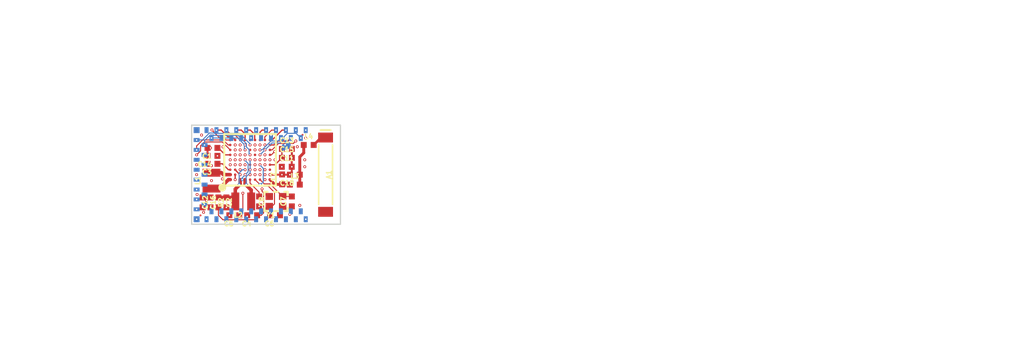
<source format=kicad_pcb>
(kicad_pcb (version 20211014) (generator pcbnew)
  (layers (0 "F.Cu" signal) (1 "In1.Cu" signal) (2 "In2.Cu" signal) (31 "B.Cu" signal) (34 "B.Paste" user) (35 "F.Paste" user) (36 "B.SilkS" user "B.Silkscreen") (37 "F.SilkS" user "F.Silkscreen") (38 "B.Mask" user) (39 "F.Mask" user) (44 "Edge.Cuts" user))
  (net 0 "")
  (net 1 "VDD")
  (net 2 "N$2")
  (net 3 "N$3")
  (net 4 "GND")
  (net 5 "SIMOBUCK_SW")
  (net 6 "SIMBUCK_SWSEL")
  (net 7 "VDDBH_SW")
  (net 8 "VDDBH")
  (net 9 "ADC_VREF")
  (net 10 "SWDCK")
  (net 11 "SWDIO")
  (net 12 "RFIOP")
  (net 13 "VDDC")
  (net 14 "VDDF")
  (net 15 "VDDS")
  (net 16 "N$16")
  (net 17 "RXI-0")
  (net 18 "TXO-0")
  (net 19 "~{D6}")
  (net 20 "~{D5}")
  (net 21 "D7")
  (net 22 "~{AD33/SWO}")
  (net 23 "D40")
  (net 24 "~{D24}")
  (net 25 "BOOTLOAD")
  (net 26 "N$1")
  (net 27 "VDCDCRF")
  (net 28 "~{RST}")
  (net 29 "DVDD")
  (net 30 "~{D44}")
  (net 31 "~{AD31}")
  (net 32 "~{AD13}")
  (net 33 "~{AD12}")
  (net 34 "~{AD11}")
  (net 35 "~{D26}")
  (net 36 "~{D25}")
  (net 37 "~{AD29}")
  (net 38 "~{AD35}")
  (net 39 "XI")
  (net 40 "XO")
  (net 41 "~{D27}")
  (net 42 "~{D28}")
  (net 43 "~{AD32}")
  (net 44 "~{D39}")
  (net 45 "~{D42}")
  (net 46 "D38")
  (net 47 "~{D43}")
  (net 48 "D36")
  (net 49 "~{D37}")
  (net 50 "~{D22}")
  (net 51 "~{D4}")
  (net 52 "D8")
  (net 53 "D10")
  (net 54 "N$4")
  (net 55 "D9")
  (net 56 "D3")
  (net 57 "D2")
  (net 58 "D1")
  (net 59 "D0")
  (net 60 "D14")
  (net 61 "D15")
  (net 62 "AD16")
  (net 63 "D17")
  (net 64 "~{D18}")
  (net 65 "~{D19}")
  (net 66 "~{D23}")
  (net 67 "AD34")
  (net 68 "D41")
  (footprint "boardEagle:0402-TIGHT" (layer "F.Cu") (at 145.3011 109.1036 180)
    (fp_text reference "C5")
    (fp_text value "2.2uF")
  )
  (footprint "boardEagle:0402-TIGHT" (layer "F.Cu") (at 144.5011 107.8036 -90)
    (fp_text reference "C2")
    (fp_text value "4.7uF")
  )
  (footprint "boardEagle:0402-TIGHT" (layer "F.Cu") (at 143.1011 102.3036 180)
    (fp_text reference "C1")
    (fp_text value "0.47uF")
  )
  (footprint "boardEagle:0805-WIDE" (layer "F.Cu") (at 146.2011 107.7036 180)
    (fp_text reference "L2")
    (fp_text value "1.0μH")
  )
  (footprint "boardEagle:SFE_LOGO_FLAME_INTERNAL_0.05" (layer "F.Cu") (at 150.5261 102.1296)
    (fp_text reference "LOGO1" hide)
    (fp_text value "SFE_LOGO_FLAME.05_INCH_INTERNAL" hide)
  )
  (footprint "boardEagle:0402-TIGHT" (layer "F.Cu") (at 143.7011 107.8036 -90)
    (fp_text reference "R2")
    (fp_text value "0")
  )
  (footprint "boardEagle:0402-TIGHT" (layer "F.Cu") (at 143.1011 103.9036 180)
    (fp_text reference "C3")
    (fp_text value "2.2uF")
  )
  (footprint "boardEagle:ANT-2.4GHZ-8.0X1.0MM" (layer "F.Cu") (at 154.5011 105.0036 -90)
    (fp_text reference "A1")
    (fp_text value "2.4GHZ-3.2X1.6MM")
  )
  (footprint "boardEagle:0402-TIGHT" (layer "F.Cu") (at 151.1011 107.7036 90)
    (fp_text reference "C7")
    (fp_text value "6pF")
  )
  (footprint "boardEagle:0402-TIGHT" (layer "F.Cu") (at 142.1011 107.8036 -90)
    (fp_text reference "C12")
    (fp_text value "1.0uF")
  )
  (footprint "boardEagle:0402-TIGHT" (layer "F.Cu") (at 150.5891 104.2046)
    (fp_text reference "C11")
    (fp_text value "47nF")
  )
  (footprint "boardEagle:BGA-81-5X5MM" (layer "F.Cu") (at 146.8891 103.5026 90)
    (fp_text reference "U1" hide)
    (fp_text value "AMBIQ-APOLLO3KBR" hide)
  )
  (footprint "boardEagle:CRYSTAL-SMD-2.0X1.6MM" (layer "F.Cu") (at 149.5011 107.7036 180)
    (fp_text reference "Y1")
    (fp_text value "32MHz")
  )
  (footprint "boardEagle:0402-TIGHT" (layer "F.Cu") (at 142.9011 107.8036 -90)
    (fp_text reference "C16")
    (fp_text value "2.2uF")
  )
  (footprint "boardEagle:0805-WIDE" (layer "F.Cu") (at 143.0011 105.6036 90)
    (fp_text reference "L1")
    (fp_text value "2.2μH")
  )
  (footprint "boardEagle:0402-TIGHT" (layer "F.Cu") (at 147.8011 107.7036 -90)
    (fp_text reference "C8")
    (fp_text value "2.2uF")
  )
  (footprint "boardEagle:0402-TIGHT" (layer "F.Cu") (at 151.4011 105.0036 180)
    (fp_text reference "C18")
    (fp_text value "0.5pF")
  )
  (footprint "boardEagle:0402-TIGHT" (layer "F.Cu") (at 149.4011 109.1036 180)
    (fp_text reference "C6")
    (fp_text value "6pF")
  )
  (footprint "boardEagle:0402-TIGHT" (layer "F.Cu") (at 150.6011 102.4036)
    (fp_text reference "C13")
    (fp_text value "1.0uF")
  )
  (footprint "boardEagle:0402-TIGHT" (layer "F.Cu") (at 150.1221 105.4806 90)
    (fp_text reference "C17")
    (fp_text value "DNP")
  )
  (footprint "boardEagle:FIDUCIAL-0.2MM" (layer "F.Cu") (at 141.8901 109.1146)
    (fp_text reference "FD3" hide)
    (fp_text value "FIDUCIAL0.2MM" hide)
  )
  (footprint "boardEagle:CREATIVE_COMMONS" (layer "F.Cu") (at 142.0011 123.0036)
    (fp_text reference "FRAME1" hide)
    (fp_text value "FRAME-LETTER" hide)
  )
  (footprint "boardEagle:0402-TIGHT" (layer "F.Cu") (at 151.4011 106.0036)
    (fp_text reference "L3")
    (fp_text value "2.7nH/?%/900mA/70mOhm")
  )
  (footprint "boardEagle:0402-TIGHT" (layer "F.Cu") (at 152.8011 102.0036)
    (fp_text reference "L4")
    (fp_text value "2nH/?%/200mA/300mOhm")
  )
  (footprint "boardEagle:0402-TIGHT" (layer "F.Cu") (at 150.6011 103.3036)
    (fp_text reference "C15")
    (fp_text value "1.0uF")
  )
  (footprint "boardEagle:0402-TIGHT" (layer "F.Cu") (at 143.1011 103.1036 180)
    (fp_text reference "C14")
    (fp_text value "1.0uF")
  )
  (footprint "boardEagle:FIDUCIAL-0.2MM" (layer "F.Cu") (at 152.1771 100.9866)
    (fp_text reference "FD4" hide)
    (fp_text value "FIDUCIAL0.2MM" hide)
  )
  (footprint "boardEagle:0402-TIGHT" (layer "F.Cu") (at 147.1011 109.1036 180)
    (fp_text reference "C4")
    (fp_text value "1.0uF")
  )
  (footprint "boardEagle:MODULE_PAD" (layer "B.Cu") (at 151.5011 109.5036 -90)
    (fp_text reference "J57" hide)
    (fp_text value "PAD.4X.6" hide)
  )
  (footprint "boardEagle:MODULE_MINI_PAD" (layer "B.Cu") (at 141.5011 100.5036 90)
    (fp_text reference "J22" hide)
    (fp_text value "PAD.35X.35" hide)
  )
  (footprint "boardEagle:MODULE_PAD" (layer "B.Cu") (at 146.5011 100.5036 -90)
    (fp_text reference "J13" hide)
    (fp_text value "PAD.4X.6" hide)
  )
  (footprint "boardEagle:MODULE_PAD" (layer "B.Cu") (at 146.0011 101.3036 90)
    (fp_text reference "J14" hide)
    (fp_text value "PAD.4X.6" hide)
  )
  (footprint "boardEagle:MODULE_PAD" (layer "B.Cu") (at 146.5011 109.5036 -90)
    (fp_text reference "J47" hide)
    (fp_text value "PAD.4X.6" hide)
  )
  (footprint "boardEagle:MODULE_PAD" (layer "B.Cu") (at 150.0011 108.7036 -90)
    (fp_text reference "J54" hide)
    (fp_text value "PAD.4X.6" hide)
  )
  (footprint "boardEagle:MODULE_PAD" (layer "B.Cu") (at 142.3011 103.0036)
    (fp_text reference "J26" hide)
    (fp_text value "PAD.4X.6" hide)
  )
  (footprint "boardEagle:MODULE_PAD" (layer "B.Cu") (at 145.5011 100.5036 -90)
    (fp_text reference "J15" hide)
    (fp_text value "PAD.4X.6" hide)
  )
  (footprint "boardEagle:MODULE_PAD" (layer "B.Cu") (at 152.0011 101.3036 -90)
    (fp_text reference "J2" hide)
    (fp_text value "PAD.4X.6" hide)
  )
  (footprint "boardEagle:MODULE_PAD" (layer "B.Cu") (at 142.3011 104.0036)
    (fp_text reference "J28" hide)
    (fp_text value "PAD.4X.6" hide)
  )
  (footprint "boardEagle:MODULE_PAD" (layer "B.Cu") (at 147.0011 101.3036 -90)
    (fp_text reference "J12" hide)
    (fp_text value "PAD.4X.6" hide)
  )
  (footprint "boardEagle:MODULE_PAD" (layer "B.Cu") (at 151.0011 101.3036 -90)
    (fp_text reference "J4" hide)
    (fp_text value "PAD.4X.6" hide)
  )
  (footprint "boardEagle:MODULE_PAD" (layer "B.Cu") (at 146.0011 108.7036 -90)
    (fp_text reference "J46" hide)
    (fp_text value "PAD.4X.6" hide)
  )
  (footprint "boardEagle:MODULE_PAD" (layer "B.Cu") (at 148.0011 108.7036 90)
    (fp_text reference "J50" hide)
    (fp_text value "PAD.4X.6" hide)
  )
  (footprint "boardEagle:MODULE_PAD" (layer "B.Cu") (at 142.5011 109.5036 90)
    (fp_text reference "J39" hide)
    (fp_text value "PAD.4X.6" hide)
  )
  (footprint "boardEagle:MODULE_PAD" (layer "B.Cu") (at 144.5011 100.5036 -90)
    (fp_text reference "J17" hide)
    (fp_text value "PAD.4X.6" hide)
  )
  (footprint "boardEagle:MODULE_PAD" (layer "B.Cu") (at 144.0011 108.7036 -90)
    (fp_text reference "J42" hide)
    (fp_text value "PAD.4X.6" hide)
  )
  (footprint "boardEagle:MODULE_PAD" (layer "B.Cu") (at 152.5011 109.5036 -90)
    (fp_text reference "J59" hide)
    (fp_text value "PAD.4X.6" hide)
  )
  (footprint "boardEagle:MODULE_PAD" (layer "B.Cu") (at 147.5011 100.5036 -90)
    (fp_text reference "J11" hide)
    (fp_text value "PAD.4X.6" hide)
  )
  (footprint "boardEagle:MODULE_PAD" (layer "B.Cu") (at 142.5011 100.5036 90)
    (fp_text reference "J21" hide)
    (fp_text value "PAD.4X.6" hide)
  )
  (footprint "boardEagle:MODULE_PAD" (layer "B.Cu") (at 147.5011 109.5036 -90)
    (fp_text reference "J49" hide)
    (fp_text value "PAD.4X.6" hide)
  )
  (footprint "boardEagle:MODULE_PAD" (layer "B.Cu") (at 143.5011 100.5036 90)
    (fp_text reference "J19" hide)
    (fp_text value "PAD.4X.6" hide)
  )
  (footprint "boardEagle:MODULE_PAD" (layer "B.Cu") (at 149.0011 101.3036 -90)
    (fp_text reference "J8" hide)
    (fp_text value "PAD.4X.6" hide)
  )
  (footprint "boardEagle:MODULE_PAD" (layer "B.Cu") (at 149.5011 109.5036 90)
    (fp_text reference "J53" hide)
    (fp_text value "PAD.4X.6" hide)
  )
  (footprint "boardEagle:MODULE_PAD" (layer "B.Cu") (at 141.5011 106.5036)
    (fp_text reference "J33" hide)
    (fp_text value "PAD.4X.6" hide)
  )
  (footprint "boardEagle:MODULE_PAD" (layer "B.Cu") (at 141.5011 102.5036 180)
    (fp_text reference "J25" hide)
    (fp_text value "PAD.4X.6" hide)
  )
  (footprint "boardEagle:MODULE_PAD" (layer "B.Cu") (at 142.3011 108.0036)
    (fp_text reference "J36" hide)
    (fp_text value "PAD.4X.6" hide)
  )
  (footprint "boardEagle:MODULE_PAD" (layer "B.Cu") (at 145.5011 109.5036 -90)
    (fp_text reference "J45" hide)
    (fp_text value "PAD.4X.6" hide)
  )
  (footprint "boardEagle:MODULE_PAD" (layer "B.Cu") (at 150.5011 100.5036 -90)
    (fp_text reference "J5" hide)
    (fp_text value "PAD.4X.6" hide)
  )
  (footprint "boardEagle:MODULE_PAD" (layer "B.Cu") (at 142.3011 102.0036 180)
    (fp_text reference "J24" hide)
    (fp_text value "PAD.4X.6" hide)
  )
  (footprint "boardEagle:MODULE_PAD" (layer "B.Cu") (at 150.0011 101.3036 -90)
    (fp_text reference "J6" hide)
    (fp_text value "PAD.4X.6" hide)
  )
  (footprint "boardEagle:MODULE_PAD" (layer "B.Cu") (at 144.0011 101.3036 90)
    (fp_text reference "J18" hide)
    (fp_text value "PAD.4X.6" hide)
  )
  (footprint "boardEagle:MODULE_PAD" (layer "B.Cu") (at 141.5011 103.5036 180)
    (fp_text reference "J27" hide)
    (fp_text value "PAD.4X.6" hide)
  )
  (footprint "boardEagle:MODULE_PAD" (layer "B.Cu") (at 152.5011 100.5036 -90)
    (fp_text reference "J1" hide)
    (fp_text value "PAD.4X.6" hide)
  )
  (footprint "boardEagle:MODULE_PAD" (layer "B.Cu") (at 148.5011 100.5036 90)
    (fp_text reference "J9" hide)
    (fp_text value "PAD.4X.6" hide)
  )
  (footprint "boardEagle:MODULE_PAD" (layer "B.Cu") (at 147.0011 108.7036 -90)
    (fp_text reference "J48" hide)
    (fp_text value "PAD.4X.6" hide)
  )
  (footprint "boardEagle:MODULE_PAD" (layer "B.Cu") (at 141.5011 105.5036)
    (fp_text reference "J31" hide)
    (fp_text value "PAD.4X.6" hide)
  )
  (footprint "boardEagle:MODULE_PAD" (layer "B.Cu") (at 149.0011 108.7036 90)
    (fp_text reference "J52" hide)
    (fp_text value "PAD.4X.6" hide)
  )
  (footprint "boardEagle:MODULE_PAD" (layer "B.Cu") (at 148.5011 109.5036 -90)
    (fp_text reference "J51" hide)
    (fp_text value "PAD.4X.6" hide)
  )
  (footprint "boardEagle:MODULE_PAD" (layer "B.Cu") (at 145.0011 101.3036 90)
    (fp_text reference "J16" hide)
    (fp_text value "PAD.4X.6" hide)
  )
  (footprint "boardEagle:MODULE_PAD" (layer "B.Cu") (at 143.0011 108.7036 -90)
    (fp_text reference "J40" hide)
    (fp_text value "PAD.4X.6" hide)
  )
  (footprint "boardEagle:MODULE_PAD" (layer "B.Cu") (at 151.5011 100.5036 90)
    (fp_text reference "J3" hide)
    (fp_text value "PAD.4X.6" hide)
  )
  (footprint "boardEagle:MODULE_PAD" (layer "B.Cu") (at 141.5011 101.5036)
    (fp_text reference "J23" hide)
    (fp_text value "PAD.4X.6" hide)
  )
  (footprint "boardEagle:MODULE_PAD" (layer "B.Cu") (at 144.5011 109.5036 -90)
    (fp_text reference "J43" hide)
    (fp_text value "PAD.4X.6" hide)
  )
  (footprint "boardEagle:MODULE_PAD" (layer "B.Cu") (at 145.0011 108.7036 90)
    (fp_text reference "J44" hide)
    (fp_text value "PAD.4X.6" hide)
  )
  (footprint "boardEagle:MODULE_PAD" (layer "B.Cu") (at 149.5011 100.5036 -90)
    (fp_text reference "J7" hide)
    (fp_text value "PAD.4X.6" hide)
  )
  (footprint "boardEagle:MODULE_PAD" (layer "B.Cu") (at 151.0011 108.7036 -90)
    (fp_text reference "J56" hide)
    (fp_text value "PAD.4X.6" hide)
  )
  (footprint "boardEagle:MODULE_MINI_PAD" (layer "B.Cu") (at 141.5011 109.5036 180)
    (fp_text reference "J38" hide)
    (fp_text value "PAD.35X.35" hide)
  )
  (footprint "boardEagle:MODULE_PAD" (layer "B.Cu") (at 141.5011 108.5036 180)
    (fp_text reference "J37" hide)
    (fp_text value "PAD.4X.6" hide)
  )
  (footprint "boardEagle:MODULE_PAD" (layer "B.Cu") (at 152.0011 108.7036 -90)
    (fp_text reference "J58" hide)
    (fp_text value "PAD.4X.6" hide)
  )
  (footprint "boardEagle:MODULE_PAD" (layer "B.Cu") (at 143.0011 101.3036 90)
    (fp_text reference "J20" hide)
    (fp_text value "PAD.4X.6" hide)
  )
  (footprint "boardEagle:MODULE_PAD" (layer "B.Cu") (at 141.5011 107.5036 180)
    (fp_text reference "J35" hide)
    (fp_text value "PAD.4X.6" hide)
  )
  (footprint "boardEagle:MODULE_PAD" (layer "B.Cu") (at 150.5011 109.5036 90)
    (fp_text reference "J55" hide)
    (fp_text value "PAD.4X.6" hide)
  )
  (footprint "boardEagle:MODULE_PAD" (layer "B.Cu") (at 142.3011 107.0036 180)
    (fp_text reference "J34" hide)
    (fp_text value "PAD.4X.6" hide)
  )
  (footprint "boardEagle:MODULE_PAD" (layer "B.Cu") (at 143.5011 109.5036 -90)
    (fp_text reference "J41" hide)
    (fp_text value "PAD.4X.6" hide)
  )
  (footprint "boardEagle:MODULE_PAD" (layer "B.Cu") (at 142.3011 105.0036)
    (fp_text reference "J30" hide)
    (fp_text value "PAD.4X.6" hide)
  )
  (footprint "boardEagle:MODULE_PAD" (layer "B.Cu") (at 141.5011 104.5036 180)
    (fp_text reference "J29" hide)
    (fp_text value "PAD.4X.6" hide)
  )
  (footprint "boardEagle:MODULE_PAD" (layer "B.Cu") (at 142.3011 106.0036 180)
    (fp_text reference "J32" hide)
    (fp_text value "PAD.4X.6" hide)
  )
  (footprint "boardEagle:MODULE_PAD" (layer "B.Cu") (at 148.0011 101.3036 90)
    (fp_text reference "J10" hide)
    (fp_text value "PAD.4X.6" hide)
  )
  (gr_line (start 156.0011 110.0036) (end 156.0011 100.0036) (layer "Edge.Cuts") (width 0.127))
  (gr_line (start 141.0011 110.0036) (end 156.0011 110.0036) (layer "Edge.Cuts") (width 0.127))
  (gr_line (start 141.0011 100.0036) (end 141.0011 110.0036) (layer "Edge.Cuts") (width 0.127))
  (gr_line (start 156.0011 100.0036) (end 141.0011 100.0036) (layer "Edge.Cuts") (width 0.127))
  (segment (start 149.4021 104.0026) (end 150.1011 103.3036) (width 0.127) (layer "F.Cu") (net 1))
  (segment (start 142.1011 107.3036) (end 142.5251 107.3036) (width 0.3) (layer "F.Cu") (net 1))
  (segment (start 150.1011 102.4036) (end 150.1011 103.3036) (width 0.127) (layer "F.Cu") (net 1))
  (segment (start 142.4979 107.3308) (end 142.5251 107.3036) (width 0.254) (layer "F.Cu") (net 1))
  (segment (start 142.9011 107.3036) (end 143.0011 107.4036) (width 0.2) (layer "F.Cu") (net 1))
  (segment (start 142.5251 107.3036) (end 142.9011 107.3036) (width 0.3) (layer "F.Cu") (net 1))
  (segment (start 145.3891 105.0026) (end 145.3891 105.5026) (width 0.127) (layer "F.Cu") (net 1))
  (segment (start 148.8891 104.0026) (end 149.4021 104.0026) (width 0.127) (layer "F.Cu") (net 1))
  (segment (start 150.1011 103.3036) (end 150.1011 103.5036) (width 0.1016) (layer "F.Cu") (net 1))
  (segment (start 142.9011 107.3036) (end 142.6979 107.5068) (width 0.127) (layer "F.Cu") (net 1))
  (segment (start 142.4979 107.6068) (end 142.4979 107.3308) (width 0.254) (layer "F.Cu") (net 1))
  (via blind (at 143.6011 103.1036) (size 0.3024) (drill 0.15) (layers "F.Cu" "In1.Cu") (net 1))
  (via blind (at 145.8891 104.0026) (size 0.3024) (drill 0.15) (layers "F.Cu" "In1.Cu") (net 1))
  (via blind (at 145.3891 105.5026) (size 0.3024) (drill 0.15) (layers "F.Cu" "In1.Cu") (net 1))
  (via blind (at 150.1011 103.5036) (size 0.3024) (drill 0.15) (layers "F.Cu" "In1.Cu") (net 1))
  (via blind (at 147.3891 104.5026) (size 0.3024) (drill 0.15) (layers "F.Cu" "In1.Cu") (net 1))
  (via blind (at 142.4979 107.6068) (size 0.3024) (drill 0.15) (layers "F.Cu" "In1.Cu") (net 1))
  (via micro (at 141.5011 108.5036) (size 0.3024) (drill 0.15) (layers "In1.Cu" "B.Cu") (net 1))
  (via micro (at 142.3011 108.0036) (size 0.3024) (drill 0.15) (layers "In1.Cu" "B.Cu") (net 1))
  (segment (start 148.894368 105.930844) (end 148.317343 105.930844) (width 0.1016) (layer "F.Cu") (net 2))
  (segment (start 150.116493 107.2661) (end 150.2386 107.2661) (width 0.1016) (layer "F.Cu") (net 2))
  (segment (start 150.167125 107.2036) (end 148.894368 105.930844) (width 0.1016) (layer "F.Cu") (net 2))
  (segment (start 150.3761 107.4036) (end 150.2386 107.2661) (width 0.127) (layer "F.Cu") (net 2))
  (segment (start 148.317343 105.930844) (end 147.8891 105.5026) (width 0.1016) (layer "F.Cu") (net 2))
  (segment (start 150.1761 107.2036) (end 150.2386 107.2661) (width 0.1016) (layer "F.Cu") (net 2))
  (segment (start 150.1761 107.2036) (end 150.167125 107.2036) (width 0.1016) (layer "F.Cu") (net 2))
  (segment (start 150.1761 107.2036) (end 151.1011 107.2036) (width 0.1016) (layer "F.Cu") (net 2))
  (segment (start 148.020543 106.134044) (end 148.697068 106.134044) (width 0.1016) (layer "F.Cu") (net 3))
  (segment (start 148.8261 108.2036) (end 148.826103 108.203597) (width 0.1016) (layer "F.Cu") (net 3))
  (segment (start 148.826103 108.203597) (end 148.826103 108.144122) (width 0.1016) (layer "F.Cu") (net 3))
  (segment (start 148.9011 108.2786) (end 148.9011 109.1036) (width 0.1016) (layer "F.Cu") (net 3))
  (segment (start 148.697068 106.134044) (end 149.3535 106.790475) (width 0.1016) (layer "F.Cu") (net 3))
  (segment (start 149.1011 108.2036) (end 149.3535 107.9512) (width 0.1016) (layer "F.Cu") (net 3))
  (segment (start 148.8261 108.2036) (end 149.1011 108.2036) (width 0.1016) (layer "F.Cu") (net 3))
  (segment (start 148.8261 108.2036) (end 148.9011 108.2786) (width 0.1016) (layer "F.Cu") (net 3))
  (segment (start 148.826103 108.203597) (end 148.826103 108.203604) (width 0.1016) (layer "F.Cu") (net 3))
  (segment (start 147.3891 105.5026) (end 147.3891 105.5068) (width 0.127) (layer "F.Cu") (net 3))
  (segment (start 147.3891 105.5026) (end 148.020543 106.134044) (width 0.1016) (layer "F.Cu") (net 3))
  (segment (start 149.3535 107.9512) (end 149.3535 106.790475) (width 0.1016) (layer "F.Cu") (net 3))
  (segment (start 145.3891 104.5026) (end 145.5224 104.6359) (width 0.127) (layer "F.Cu") (net 4))
  (segment (start 150.1001 105.0026) (end 150.1221 104.9806) (width 0.2) (layer "F.Cu") (net 4))
  (segment (start 151.1011 103.3036) (end 151.1011 102.4036) (width 0.2) (layer "F.Cu") (net 4))
  (segment (start 145.5224 104.654494) (end 145.737206 104.8693) (width 0.127) (layer "F.Cu") (net 4))
  (segment (start 151.0891 104.8156) (end 151.0891 104.2046) (width 0.2) (layer "F.Cu") (net 4))
  (segment (start 145.737206 104.8693) (end 145.7558 104.8693) (width 0.127) (layer "F.Cu") (net 4))
  (segment (start 150.9011 105.0036) (end 151.0891 104.8156) (width 0.2) (layer "F.Cu") (net 4))
  (segment (start 145.5224 104.6359) (end 145.5224 104.654494) (width 0.127) (layer "F.Cu") (net 4))
  (segment (start 150.1451 105.0036) (end 150.9011 105.0036) (width 0.2) (layer "F.Cu") (net 4))
  (segment (start 151.0891 103.3156) (end 151.1011 103.3036) (width 0.2) (layer "F.Cu") (net 4))
  (segment (start 145.7558 104.8693) (end 145.8891 105.0026) (width 0.127) (layer "F.Cu") (net 4))
  (segment (start 142.6011 102.3036) (end 142.6011 103.1036) (width 0.2) (layer "F.Cu") (net 4))
  (segment (start 150.1221 104.9806) (end 150.1451 105.0036) (width 0.2) (layer "F.Cu") (net 4))
  (segment (start 151.0891 104.2046) (end 151.0891 103.3156) (width 0.2) (layer "F.Cu") (net 4))
  (segment (start 148.8891 105.0026) (end 150.1001 105.0026) (width 0.2) (layer "F.Cu") (net 4))
  (via micro (at 142.1011 108.3036) (size 0.3024) (drill 0.15) (layers "F.Cu" "In2.Cu") (net 4))
  (via micro (at 147.8011 108.2036) (size 0.3024) (drill 0.15) (layers "F.Cu" "In2.Cu") (net 4))
  (via blind (at 142.0011 101.0036) (size 0.3024) (drill 0.15) (layers "F.Cu" "In1.Cu") (net 4))
  (via micro (at 142.9011 108.3036) (size 0.3024) (drill 0.15) (layers "F.Cu" "In2.Cu") (net 4))
  (via micro (at 147.3891 105.0026) (size 0.3024) (drill 0.15) (layers "F.Cu" "In2.Cu") (net 4))
  (via micro (at 150.9011 105.0036) (size 0.3024) (drill 0.15) (layers "F.Cu" "In2.Cu") (net 4))
  (via blind (at 142.2011 108.8036) (size 0.3024) (drill 0.15) (layers "F.Cu" "In1.Cu") (net 4))
  (via micro (at 148.8891 105.0026) (size 0.3024) (drill 0.15) (layers "F.Cu" "In2.Cu") (net 4))
  (via micro (at 151.1011 103.3036) (size 0.3024) (drill 0.15) (layers "F.Cu" "In2.Cu") (net 4))
  (via blind (at 152.5011 100.5036) (size 0.3024) (drill 0.15) (layers "F.Cu" "In1.Cu") (net 4))
  (via micro (at 143.0011 105.6036) (size 0.3024) (drill 0.15) (layers "F.Cu" "In2.Cu") (net 4))
  (via micro (at 151.1011 104.2036) (size 0.3024) (drill 0.15) (layers "F.Cu" "In2.Cu") (net 4))
  (via micro (at 152.4011 104.2036) (size 0.3024) (drill 0.15) (layers "F.Cu" "In2.Cu") (net 4))
  (via blind (at 143.0011 104.1036) (size 0.3024) (drill 0.15) (layers "F.Cu" "In1.Cu") (net 4))
  (via blind (at 144.1011 105.4332) (size 0.3024) (drill 0.15) (layers "F.Cu" "In1.Cu") (net 4))
  (via micro (at 152.4011 103.5036) (size 0.3024) (drill 0.15) (layers "F.Cu" "In2.Cu") (net 4))
  (via blind (at 146.6011 109.2036) (size 0.3024) (drill 0.15) (layers "F.Cu" "In1.Cu") (net 4))
  (via micro (at 152.5011 101.3036) (size 0.3024) (drill 0.15) (layers "F.Cu" "In2.Cu") (net 4))
  (via blind (at 141.5011 109.5036) (size 0.3024) (drill 0.15) (layers "F.Cu" "In1.Cu") (net 4))
  (via blind (at 142.9011 102.3036) (size 0.3024) (drill 0.15) (layers "F.Cu" "In1.Cu") (net 4))
  (via micro (at 144.5011 108.3036) (size 0.3024) (drill 0.15) (layers "F.Cu" "In2.Cu") (net 4))
  (via blind (at 142.5011 109.5036) (size 0.3024) (drill 0.15) (layers "F.Cu" "In1.Cu") (net 4))
  (via micro (at 141.5011 104.0036) (size 0.3024) (drill 0.15) (layers "F.Cu" "In2.Cu") (net 4))
  (via micro (at 145.8891 105.0026) (size 0.3024) (drill 0.15) (layers "F.Cu" "In2.Cu") (net 4))
  (via micro (at 151.1011 102.4036) (size 0.3024) (drill 0.15) (layers "F.Cu" "In2.Cu") (net 4))
  (via micro (at 150.1011 105.0036) (size 0.3024) (drill 0.15) (layers "F.Cu" "In2.Cu") (net 4))
  (via micro (at 144.8011 109.1036) (size 0.3024) (drill 0.15) (layers "F.Cu" "In2.Cu") (net 4))
  (via micro (at 146.8891 105.0026) (size 0.3024) (drill 0.15) (layers "F.Cu" "In2.Cu") (net 4))
  (via micro (at 148.3891 105.0026) (size 0.3024) (drill 0.15) (layers "F.Cu" "In2.Cu") (net 4))
  (via micro (at 146.8891 104.5026) (size 0.3024) (drill 0.15) (layers "F.Cu" "In2.Cu") (net 4))
  (via micro (at 150.9011 109.0036) (size 0.3024) (drill 0.15) (layers "F.Cu" "In2.Cu") (net 4))
  (via blind (at 152.5011 109.5036) (size 0.3024) (drill 0.15) (layers "F.Cu" "In1.Cu") (net 4))
  (via micro (at 148.3891 105.5026) (size 0.3024) (drill 0.15) (layers "F.Cu" "In2.Cu") (net 4))
  (via micro (at 145.7939 106.0036) (size 0.3024) (drill 0.15) (layers "In1.Cu" "B.Cu") (net 4))
  (segment (start 146.3891 104.5026) (end 146.127362 104.5026) (width 0.1016) (layer "B.Cu") (net 4))
  (segment (start 146.127362 104.5026) (end 145.7939 104.836063) (width 0.1016) (layer "B.Cu") (net 4))
  (segment (start 145.7939 106.0036) (end 145.7939 104.836063) (width 0.1016) (layer "B.Cu") (net 4))
  (segment (start 144.7091 105.5026) (end 143.8081 106.4036) (width 0.3556) (layer "F.Cu") (net 5))
  (segment (start 143.8081 106.4036) (end 143.0011 106.4036) (width 0.3556) (layer "F.Cu") (net 5))
  (segment (start 144.8891 105.5026) (end 144.7091 105.5026) (width 0.3556) (layer "F.Cu") (net 5))
  (segment (start 144.8891 105.0026) (end 144.2001 105.0026) (width 0.3556) (layer "F.Cu") (net 6))
  (segment (start 143.342103 104.8036) (end 143.5411 105.002597) (width 0.3556) (layer "F.Cu") (net 6))
  (segment (start 144.2001 105.0026) (end 144.0011 104.8036) (width 0.3556) (layer "F.Cu") (net 6))
  (segment (start 144.0011 104.8036) (end 143.0011 104.8036) (width 0.3556) (layer "F.Cu") (net 6))
  (segment (start 143.0011 104.8036) (end 143.342103 104.8036) (width 0.3556) (layer "F.Cu") (net 6))
  (segment (start 146.3891 105.5026) (end 146.3891 105.9456) (width 0.3556) (layer "F.Cu") (net 7))
  (segment (start 147.0011 107.7036) (end 147.0011 106.5576) (width 0.3556) (layer "F.Cu") (net 7))
  (segment (start 147.0011 106.5576) (end 146.3891 105.9456) (width 0.3556) (layer "F.Cu") (net 7))
  (segment (start 145.3681 107.3036) (end 145.4011 107.3366) (width 0.3556) (layer "F.Cu") (net 8))
  (segment (start 145.4011 107.3366) (end 145.4011 107.7036) (width 0.3556) (layer "F.Cu") (net 8))
  (segment (start 145.4011 106.4576) (end 145.4011 107.3366) (width 0.3556) (layer "F.Cu") (net 8))
  (segment (start 144.5011 107.3036) (end 145.3681 107.3036) (width 0.3556) (layer "F.Cu") (net 8))
  (segment (start 145.4011 107.8106) (end 145.4011 107.7036) (width 0.3556) (layer "F.Cu") (net 8))
  (segment (start 144.5011 107.3036) (end 143.7011 107.3036) (width 0.3556) (layer "F.Cu") (net 8))
  (segment (start 145.8891 105.5026) (end 145.8891 105.9696) (width 0.3556) (layer "F.Cu") (net 8))
  (segment (start 145.8891 105.9696) (end 145.4011 106.4576) (width 0.3556) (layer "F.Cu") (net 8))
  (segment (start 144.3891 103.0026) (end 143.6901 102.3036) (width 0.127) (layer "F.Cu") (net 9))
  (segment (start 143.6901 102.3036) (end 143.6011 102.3036) (width 0.127) (layer "F.Cu") (net 9))
  (segment (start 144.8891 103.0026) (end 144.3891 103.0026) (width 0.127) (layer "F.Cu") (net 9))
  (via blind (at 147.8891 103.0026) (size 0.3024) (drill 0.15) (layers "F.Cu" "In1.Cu") (net 10))
  (via micro (at 152.0011 101.3036) (size 0.3024) (drill 0.15) (layers "In1.Cu" "B.Cu") (net 10))
  (segment (start 149.927256 101.8068) (end 150.3047 101.429357) (width 0.1016) (layer "B.Cu") (net 10))
  (segment (start 150.3047 101.177844) (end 150.3047 101.429357) (width 0.1016) (layer "B.Cu") (net 10))
  (segment (start 149.0849 101.8068) (end 149.927256 101.8068) (width 0.1016) (layer "B.Cu") (net 10))
  (segment (start 151.5297 100.8322) (end 150.650343 100.8322) (width 0.1016) (layer "B.Cu") (net 10))
  (segment (start 152.0011 101.3036) (end 151.5297 100.8322) (width 0.1016) (layer "B.Cu") (net 10))
  (segment (start 147.8891 103.0026) (end 149.0849 101.8068) (width 0.1016) (layer "B.Cu") (net 10))
  (segment (start 150.650343 100.8322) (end 150.3047 101.177844) (width 0.1016) (layer "B.Cu") (net 10))
  (via blind (at 147.3891 102.5026) (size 0.3024) (drill 0.15) (layers "F.Cu" "In1.Cu") (net 11))
  (segment (start 148.8891 105.5026) (end 149.3671 105.9806) (width 0.293368) (layer "F.Cu") (net 12))
  (segment (start 149.3671 105.9806) (end 150.1221 105.9806) (width 0.293368) (layer "F.Cu") (net 12))
  (segment (start 150.1221 105.9806) (end 150.1451 106.0036) (width 0.3048) (layer "F.Cu") (net 12))
  (segment (start 150.1451 106.0036) (end 150.9011 106.0036) (width 0.293368) (layer "F.Cu") (net 12))
  (segment (start 143.6011 103.9036) (end 144.1011 103.9036) (width 0.127) (layer "F.Cu") (net 13))
  (segment (start 144.1011 103.9036) (end 144.7001 104.5026) (width 0.127) (layer "F.Cu") (net 13))
  (segment (start 144.7001 104.5026) (end 144.8891 104.5026) (width 0.127) (layer "F.Cu") (net 13))
  (segment (start 146.1617 108.627475) (end 145.8011 108.988075) (width 0.1016) (layer "F.Cu") (net 14))
  (segment (start 145.8011 109.1036) (end 145.8011 108.988075) (width 0.1016) (layer "F.Cu") (net 14))
  (segment (start 146.1617 108.627475) (end 146.1617 106.873519) (width 0.1016) (layer "F.Cu") (net 14))
  (via micro (at 146.3891 105.0026) (size 0.3024) (drill 0.15) (layers "F.Cu" "In2.Cu") (net 14))
  (via micro (at 146.1617 106.873519) (size 0.3024) (drill 0.15) (layers "F.Cu" "In2.Cu") (net 14))
  (via micro (at 146.5011 106.0036) (size 0.3024) (drill 0.15) (layers "In1.Cu" "B.Cu") (net 14))
  (via micro (at 146.1011 105.5036) (size 0.3024) (drill 0.15) (layers "In1.Cu" "B.Cu") (net 14))
  (segment (start 146.3891 103.573244) (end 146.3891 103.5026) (width 0.1016) (layer "B.Cu") (net 14))
  (segment (start 146.6927 104.724632) (end 146.1011 105.316232) (width 0.1016) (layer "B.Cu") (net 14))
  (segment (start 146.6927 104.724632) (end 146.6927 103.876844) (width 0.1016) (layer "B.Cu") (net 14))
  (segment (start 146.8891 103.5026) (end 146.8891 103.785875) (width 0.1016) (layer "B.Cu") (net 14))
  (segment (start 146.1011 105.316232) (end 146.1011 105.5036) (width 0.1016) (layer "B.Cu") (net 14))
  (segment (start 146.8959 103.792675) (end 146.8959 104.8088) (width 0.1016) (layer "B.Cu") (net 14))
  (segment (start 146.8959 104.8088) (end 146.5011 105.2036) (width 0.1016) (layer "B.Cu") (net 14))
  (segment (start 146.5011 105.2036) (end 146.5011 106.0036) (width 0.1016) (layer "B.Cu") (net 14))
  (segment (start 146.8891 103.785875) (end 146.8959 103.792675) (width 0.1016) (layer "B.Cu") (net 14))
  (segment (start 146.6927 103.876844) (end 146.3891 103.573244) (width 0.1016) (layer "B.Cu") (net 14))
  (segment (start 146.8891 105.5026) (end 146.8891 105.8586) (width 0.1016) (layer "F.Cu") (net 15))
  (segment (start 146.8891 105.8586) (end 147.8011 106.7706) (width 0.1016) (layer "F.Cu") (net 15))
  (segment (start 147.8011 106.7706) (end 147.8011 107.2036) (width 0.1016) (layer "F.Cu") (net 15))
  (segment (start 152.3011 102.8036) (end 151.9011 103.2036) (width 0.293368) (layer "F.Cu") (net 16))
  (segment (start 152.3011 102.0036) (end 152.3011 102.8036) (width 0.293368) (layer "F.Cu") (net 16))
  (segment (start 151.9011 105.0036) (end 151.9011 103.2036) (width 0.293368) (layer "F.Cu") (net 16))
  (segment (start 151.9011 106.0036) (end 151.9011 105.0036) (width 0.293368) (layer "F.Cu") (net 16))
  (via micro (at 148.3891 102.0026) (size 0.3024) (drill 0.15) (layers "F.Cu" "In2.Cu") (net 17))
  (via blind (at 151.5011 100.5036) (size 0.3024) (drill 0.15) (layers "F.Cu" "In1.Cu") (net 17))
  (segment (start 147.8891 101.5026) (end 147.8891 100.7156) (width 0.127) (layer "F.Cu") (net 18))
  (segment (start 147.8891 100.7156) (end 148.1011 100.5036) (width 0.127) (layer "F.Cu") (net 18))
  (segment (start 148.1011 100.5036) (end 148.5011 100.5036) (width 0.127) (layer "F.Cu") (net 18))
  (via blind (at 148.5011 100.5036) (size 0.3024) (drill 0.15) (layers "F.Cu" "In1.Cu") (net 18))
  (via blind (at 146.8891 102.0026) (size 0.3024) (drill 0.15) (layers "F.Cu" "In1.Cu") (net 19))
  (via micro (at 141.5011 101.5036) (size 0.3024) (drill 0.15) (layers "In1.Cu" "B.Cu") (net 19))
  (segment (start 146.8891 101.8916) (end 145.835756 100.838257) (width 0.1016) (layer "B.Cu") (net 19))
  (segment (start 143.323125 100.838257) (end 143.281668 100.7968) (width 0.1016) (layer "B.Cu") (net 19))
  (segment (start 142.090775 101.4972) (end 141.5075 101.4972) (width 0.1016) (layer "B.Cu") (net 19))
  (segment (start 143.281668 100.7968) (end 142.791175 100.7968) (width 0.1016) (layer "B.Cu") (net 19))
  (segment (start 141.5075 101.4972) (end 141.5011 101.5036) (width 0.1016) (layer "B.Cu") (net 19))
  (segment (start 146.8891 102.0026) (end 146.8891 101.8916) (width 0.1016) (layer "B.Cu") (net 19))
  (segment (start 145.835756 100.838257) (end 143.323125 100.838257) (width 0.1016) (layer "B.Cu") (net 19))
  (segment (start 142.791175 100.7968) (end 142.090775 101.4972) (width 0.1016) (layer "B.Cu") (net 19))
  (segment (start 146.8891 101.394207) (end 146.990403 101.292904) (width 0.127) (layer "F.Cu") (net 20))
  (segment (start 146.8891 101.5026) (end 146.8891 101.394207) (width 0.127) (layer "F.Cu") (net 20))
  (via blind (at 146.990403 101.292904) (size 0.3024) (drill 0.15) (layers "F.Cu" "In1.Cu") (net 20))
  (segment (start 146.5011 100.5036) (end 146.919706 100.5036) (width 0.127) (layer "F.Cu") (net 21))
  (segment (start 147.3891 101.5026) (end 147.357112 101.470613) (width 0.127) (layer "F.Cu") (net 21))
  (segment (start 147.357112 100.941007) (end 146.919706 100.5036) (width 0.127) (layer "F.Cu") (net 21))
  (segment (start 147.357112 101.470613) (end 147.357112 100.941007) (width 0.127) (layer "F.Cu") (net 21))
  (via blind (at 146.5011 100.5036) (size 0.3024) (drill 0.15) (layers "F.Cu" "In1.Cu") (net 21))
  (via micro (at 145.3891 103.0026) (size 0.3024) (drill 0.15) (layers "F.Cu" "In2.Cu") (net 22))
  (via blind (at 141.5011 105.0036) (size 0.3024) (drill 0.15) (layers "F.Cu" "In1.Cu") (net 22))
  (segment (start 150.119693 100.5036) (end 150.5011 100.5036) (width 0.127) (layer "F.Cu") (net 23))
  (segment (start 149.120693 101.5026) (end 150.119693 100.5036) (width 0.127) (layer "F.Cu") (net 23))
  (segment (start 148.8891 101.5026) (end 149.120693 101.5026) (width 0.127) (layer "F.Cu") (net 23))
  (via blind (at 150.5011 100.5036) (size 0.3024) (drill 0.15) (layers "F.Cu" "In1.Cu") (net 23))
  (via blind (at 145.8891 102.0026) (size 0.3024) (drill 0.15) (layers "F.Cu" "In1.Cu") (net 24))
  (segment (start 148.3725 101.196275) (end 149.065175 100.5036) (width 0.1016) (layer "F.Cu") (net 25))
  (segment (start 148.3725 101.196275) (end 148.3725 101.486) (width 0.1016) (layer "F.Cu") (net 25))
  (segment (start 149.065175 100.5036) (end 149.5011 100.5036) (width 0.1016) (layer "F.Cu") (net 25))
  (segment (start 148.3891 101.5026) (end 148.3725 101.486) (width 0.1016) (layer "F.Cu") (net 25))
  (via blind (at 149.5011 100.5036) (size 0.3024) (drill 0.15) (layers "F.Cu" "In1.Cu") (net 25))
  (segment (start 154.5011 101.2536) (end 154.0511 101.2536) (width 0.254) (layer "F.Cu") (net 26))
  (segment (start 154.0511 101.2536) (end 153.3011 102.0036) (width 0.254) (layer "F.Cu") (net 26))
  (segment (start 148.2535 106.840475) (end 148.0975 106.684475) (width 0.1016) (layer "F.Cu") (net 27))
  (segment (start 147.6011 109.356) (end 147.4011 109.556) (width 0.1016) (layer "F.Cu") (net 27))
  (segment (start 148.0975 106.684475) (end 148.0975 106.437644) (width 0.1016) (layer "F.Cu") (net 27))
  (segment (start 143.7011 108.3036) (end 143.7011 109.1036) (width 0.1016) (layer "F.Cu") (net 27))
  (segment (start 147.6011 109.1036) (end 148.016625 109.1036) (width 0.1016) (layer "F.Cu") (net 27))
  (segment (start 147.6011 109.1036) (end 147.6011 109.356) (width 0.1016) (layer "F.Cu") (net 27))
  (segment (start 148.016625 109.1036) (end 148.2535 108.866725) (width 0.1016) (layer "F.Cu") (net 27))
  (segment (start 143.7011 109.1036) (end 144.1535 109.556) (width 0.1016) (layer "F.Cu") (net 27))
  (segment (start 144.1535 109.556) (end 147.4011 109.556) (width 0.1016) (layer "F.Cu") (net 27))
  (segment (start 148.2535 108.866725) (end 148.2535 106.840475) (width 0.1016) (layer "F.Cu") (net 27))
  (via blind (at 148.0975 106.437644) (size 0.3024) (drill 0.15) (layers "F.Cu" "In1.Cu") (net 27))
  (via blind (at 147.8891 105.0026) (size 0.3024) (drill 0.15) (layers "F.Cu" "In1.Cu") (net 27))
  (via blind (at 147.8891 104.5026) (size 0.3024) (drill 0.15) (layers "F.Cu" "In1.Cu") (net 28))
  (segment (start 150.0891 104.2046) (end 150.0891 104.0156) (width 0.127) (layer "F.Cu") (net 29))
  (via micro (at 150.0891 104.2046) (size 0.3024) (drill 0.15) (layers "F.Cu" "In2.Cu") (net 29))
  (via micro (at 148.3891 104.5026) (size 0.3024) (drill 0.15) (layers "F.Cu" "In2.Cu") (net 29))
  (segment (start 151.248434 101.856266) (end 151.5011 101.6036) (width 0.1016) (layer "F.Cu") (net 30))
  (segment (start 149.107431 102.5026) (end 149.753765 101.856266) (width 0.1016) (layer "F.Cu") (net 30))
  (segment (start 149.753765 101.856266) (end 151.248434 101.856266) (width 0.1016) (layer "F.Cu") (net 30))
  (segment (start 148.8891 102.5026) (end 149.107431 102.5026) (width 0.1016) (layer "F.Cu") (net 30))
  (via blind (at 151.5011 101.6036) (size 0.3024) (drill 0.15) (layers "F.Cu" "In1.Cu") (net 30))
  (via micro (at 151.9011 108.1036) (size 0.3024) (drill 0.15) (layers "F.Cu" "In2.Cu") (net 30))
  (via blind (at 146.3891 103.5026) (size 0.3024) (drill 0.15) (layers "F.Cu" "In1.Cu") (net 31))
  (via blind (at 145.3891 102.5026) (size 0.3024) (drill 0.15) (layers "F.Cu" "In1.Cu") (net 32))
  (segment (start 141.9011 102.088075) (end 141.9011 102.6036) (width 0.1016) (layer "F.Cu") (net 33))
  (segment (start 144.0901 101.7036) (end 142.285575 101.7036) (width 0.1016) (layer "F.Cu") (net 33))
  (segment (start 144.8891 102.5026) (end 144.0901 101.7036) (width 0.1016) (layer "F.Cu") (net 33))
  (segment (start 141.9011 102.6036) (end 141.5011 103.0036) (width 0.1016) (layer "F.Cu") (net 33))
  (segment (start 142.285575 101.7036) (end 141.9011 102.088075) (width 0.1016) (layer "F.Cu") (net 33))
  (via blind (at 141.5011 103.0036) (size 0.3024) (drill 0.15) (layers "F.Cu" "In1.Cu") (net 33))
  (via blind (at 145.3891 103.5026) (size 0.3024) (drill 0.15) (layers "F.Cu" "In1.Cu") (net 34))
  (via blind (at 145.3891 102.0026) (size 0.3024) (drill 0.15) (layers "F.Cu" "In1.Cu") (net 35))
  (segment (start 142.1043 101.5004) (end 141.5011 102.1036) (width 0.1016) (layer "F.Cu") (net 36))
  (segment (start 144.676468 102.0026) (end 144.174268 101.5004) (width 0.1016) (layer "F.Cu") (net 36))
  (segment (start 141.5011 102.1036) (end 141.5011 102.5036) (width 0.1016) (layer "F.Cu") (net 36))
  (segment (start 144.174268 101.5004) (end 142.1043 101.5004) (width 0.1016) (layer "F.Cu") (net 36))
  (segment (start 144.8891 102.0026) (end 144.676468 102.0026) (width 0.1016) (layer "F.Cu") (net 36))
  (via blind (at 141.5011 102.5036) (size 0.3024) (drill 0.15) (layers "F.Cu" "In1.Cu") (net 36))
  (via micro (at 144.8891 103.5026) (size 0.3024) (drill 0.15) (layers "F.Cu" "In2.Cu") (net 37))
  (via blind (at 141.5011 106.5036) (size 0.3024) (drill 0.15) (layers "F.Cu" "In1.Cu") (net 37))
  (via blind (at 146.3891 103.0026) (size 0.3024) (drill 0.15) (layers "F.Cu" "In1.Cu") (net 38))
  (via blind (at 141.5011 107.5036) (size 0.3024) (drill 0.15) (layers "F.Cu" "In1.Cu") (net 39))
  (via micro (at 145.3891 104.0026) (size 0.3024) (drill 0.15) (layers "F.Cu" "In2.Cu") (net 39))
  (via blind (at 141.5483 107.0036) (size 0.3024) (drill 0.15) (layers "F.Cu" "In1.Cu") (net 40))
  (via micro (at 144.8891 104.0026) (size 0.3024) (drill 0.15) (layers "F.Cu" "In2.Cu") (net 40))
  (segment (start 144.649206 101.1703) (end 143.982506 100.5036) (width 0.127) (layer "F.Cu") (net 41))
  (segment (start 145.3891 101.5026) (end 145.0568 101.1703) (width 0.127) (layer "F.Cu") (net 41))
  (segment (start 143.982506 100.5036) (end 143.5011 100.5036) (width 0.127) (layer "F.Cu") (net 41))
  (segment (start 145.0568 101.1703) (end 144.649206 101.1703) (width 0.127) (layer "F.Cu") (net 41))
  (via blind (at 143.5011 100.5036) (size 0.3024) (drill 0.15) (layers "F.Cu" "In1.Cu") (net 41))
  (segment (start 144.193437 101.2322) (end 143.764987 101.2322) (width 0.1016) (layer "F.Cu") (net 42))
  (segment (start 144.463837 101.5026) (end 144.193437 101.2322) (width 0.1016) (layer "F.Cu") (net 42))
  (segment (start 143.764987 101.2322) (end 143.1725 100.639713) (width 0.1016) (layer "F.Cu") (net 42))
  (segment (start 144.8891 101.5026) (end 144.463837 101.5026) (width 0.1016) (layer "F.Cu") (net 42))
  (segment (start 143.1725 100.639713) (end 143.1725 100.6174) (width 0.1016) (layer "F.Cu") (net 42))
  (segment (start 143.1725 100.6174) (end 143.0483 100.4932) (width 0.1016) (layer "F.Cu") (net 42))
  (via blind (at 143.0483 100.4932) (size 0.3024) (drill 0.15) (layers "F.Cu" "In1.Cu") (net 42))
  (via blind (at 146.8891 103.0026) (size 0.3024) (drill 0.15) (layers "F.Cu" "In1.Cu") (net 43))
  (via micro (at 142.3011 102.0036) (size 0.3024) (drill 0.15) (layers "In1.Cu" "B.Cu") (net 43))
  (segment (start 146.7927 102.476844) (end 146.5209 102.205044) (width 0.1016) (layer "B.Cu") (net 43))
  (segment (start 143.238956 101.041457) (end 143.1975 101) (width 0.1016) (layer "B.Cu") (net 43))
  (segment (start 146.8891 103.0026) (end 146.7927 102.9062) (width 0.1016) (layer "B.Cu") (net 43))
  (segment (start 142.875343 101) (end 142.3011 101.574244) (width 0.1016) (layer "B.Cu") (net 43))
  (segment (start 145.680037 101.041457) (end 143.238956 101.041457) (width 0.1016) (layer "B.Cu") (net 43))
  (segment (start 146.5209 101.882319) (end 145.680037 101.041457) (width 0.1016) (layer "B.Cu") (net 43))
  (segment (start 146.5209 102.205044) (end 146.5209 101.882319) (width 0.1016) (layer "B.Cu") (net 43))
  (segment (start 142.3011 101.574244) (end 142.3011 102.0036) (width 0.1016) (layer "B.Cu") (net 43))
  (segment (start 146.7927 102.9062) (end 146.7927 102.476844) (width 0.1016) (layer "B.Cu") (net 43))
  (segment (start 143.1975 101) (end 142.875343 101) (width 0.1016) (layer "B.Cu") (net 43))
  (segment (start 148.8891 102.0026) (end 149.3021 102.0026) (width 0.127) (layer "F.Cu") (net 44))
  (segment (start 149.3021 102.0026) (end 149.7011 101.6036) (width 0.127) (layer "F.Cu") (net 44))
  (segment (start 150.7011 101.6036) (end 149.7011 101.6036) (width 0.127) (layer "F.Cu") (net 44))
  (segment (start 150.7011 101.6036) (end 151.0011 101.3036) (width 0.127) (layer "F.Cu") (net 44))
  (via blind (at 151.0011 101.3036) (size 0.3024) (drill 0.15) (layers "F.Cu" "In1.Cu") (net 44))
  (via micro (at 148.3891 103.5026) (size 0.3024) (drill 0.15) (layers "F.Cu" "In2.Cu") (net 45))
  (via blind (at 149.4011 103.5036) (size 0.3024) (drill 0.15) (layers "F.Cu" "In1.Cu") (net 45))
  (segment (start 148.8891 103.0026) (end 149.036787 103.0026) (width 0.1016) (layer "F.Cu") (net 46))
  (segment (start 149.036787 103.0026) (end 149.368443 102.670944) (width 0.1016) (layer "F.Cu") (net 46))
  (via blind (at 149.368443 102.670944) (size 0.3024) (drill 0.15) (layers "F.Cu" "In1.Cu") (net 46))
  (via blind (at 148.8891 103.5026) (size 0.3024) (drill 0.15) (layers "F.Cu" "In1.Cu") (net 47))
  (via blind (at 148.3891 103.0026) (size 0.3024) (drill 0.15) (layers "F.Cu" "In1.Cu") (net 48))
  (via micro (at 148.3891 102.5026) (size 0.3024) (drill 0.15) (layers "F.Cu" "In2.Cu") (net 49))
  (via blind (at 151.6539 102.185757) (size 0.3024) (drill 0.15) (layers "F.Cu" "In1.Cu") (net 49))
  (segment (start 144.875343 100.875) (end 144.503943 100.5036) (width 0.1016) (layer "F.Cu") (net 50))
  (segment (start 144.503943 100.5036) (end 144.5011 100.5036) (width 0.1016) (layer "F.Cu") (net 50))
  (segment (start 145.8891 101.5026) (end 145.2615 100.875) (width 0.1016) (layer "F.Cu") (net 50))
  (segment (start 145.2615 100.875) (end 144.875343 100.875) (width 0.1016) (layer "F.Cu") (net 50))
  (via blind (at 144.5011 100.5036) (size 0.3024) (drill 0.15) (layers "F.Cu" "In1.Cu") (net 50))
  (segment (start 146.3891 101.5026) (end 146.3891 100.8916) (width 0.127) (layer "F.Cu") (net 51))
  (segment (start 146.3891 100.8916) (end 146.0011 100.5036) (width 0.127) (layer "F.Cu") (net 51))
  (segment (start 146.0011 100.5036) (end 145.5011 100.5036) (width 0.127) (layer "F.Cu") (net 51))
  (via blind (at 145.5011 100.5036) (size 0.3024) (drill 0.15) (layers "F.Cu" "In1.Cu") (net 51))
  (via micro (at 147.3891 102.0026) (size 0.3024) (drill 0.15) (layers "F.Cu" "In2.Cu") (net 52))
  (via blind (at 147.5011 100.5036) (size 0.3024) (drill 0.15) (layers "F.Cu" "In1.Cu") (net 52))
  (via blind (at 149.0011 101.032388) (size 0.3024) (drill 0.15) (layers "F.Cu" "In1.Cu") (net 53))
  (via micro (at 147.8891 102.0026) (size 0.3024) (drill 0.15) (layers "F.Cu" "In2.Cu") (net 53))
  (segment (start 147.9011 102.5036) (end 147.8901 102.5036) (width 0.1016) (layer "F.Cu") (net 54))
  (segment (start 147.8901 102.5036) (end 147.8891 102.5026) (width 0.1016) (layer "F.Cu") (net 54))
  (via blind (at 147.8891 102.5026) (size 0.3024) (drill 0.15) (layers "F.Cu" "In1.Cu") (net 54))
  (via micro (at 150.0011 101.3036) (size 0.3024) (drill 0.15) (layers "In1.Cu" "B.Cu") (net 54))
  (segment (start 149.7011 101.6036) (end 150.0011 101.3036) (width 0.1016) (layer "B.Cu") (net 54))
  (segment (start 148.101731 102.5026) (end 149.000731 101.6036) (width 0.1016) (layer "B.Cu") (net 54))
  (segment (start 147.8891 102.5026) (end 148.101731 102.5026) (width 0.1016) (layer "B.Cu") (net 54))
  (segment (start 149.000731 101.6036) (end 149.7011 101.6036) (width 0.1016) (layer "B.Cu") (net 54))
  (via blind (at 147.8891 103.5026) (size 0.3024) (drill 0.15) (layers "F.Cu" "In1.Cu") (net 55))
  (via blind (at 147.3891 104.0026) (size 0.3024) (drill 0.15) (layers "F.Cu" "In1.Cu") (net 56))
  (via blind (at 147.8891 104.0026) (size 0.3024) (drill 0.15) (layers "F.Cu" "In1.Cu") (net 57))
  (via micro (at 147.9011 106.0036) (size 0.3024) (drill 0.15) (layers "In1.Cu" "B.Cu") (net 57))
  (segment (start 147.8891 104.037888) (end 148.2177 104.366488) (width 0.1016) (layer "B.Cu") (net 57))
  (segment (start 147.8891 104.0026) (end 147.8891 104.037888) (width 0.1016) (layer "B.Cu") (net 57))
  (segment (start 147.9011 106.0036) (end 147.952812 106.0036) (width 0.1016) (layer "B.Cu") (net 57))
  (segment (start 148.2177 105.738713) (end 147.952812 106.0036) (width 0.1016) (layer "B.Cu") (net 57))
  (segment (start 148.2177 104.366488) (end 148.2177 105.738713) (width 0.1016) (layer "B.Cu") (net 57))
  (via blind (at 148.3891 104.0026) (size 0.3024) (drill 0.15) (layers "F.Cu" "In1.Cu") (net 58))
  (via blind (at 146.3891 102.5026) (size 0.3024) (drill 0.15) (layers "F.Cu" "In1.Cu") (net 59))
  (via micro (at 143.0011 101.3036) (size 0.3024) (drill 0.15) (layers "In1.Cu" "B.Cu") (net 59))
  (segment (start 146.3891 102.5026) (end 146.3177 102.4312) (width 0.1016) (layer "B.Cu") (net 59))
  (segment (start 146.3177 101.966488) (end 145.654812 101.3036) (width 0.1016) (layer "B.Cu") (net 59))
  (segment (start 146.3177 102.4312) (end 146.3177 101.966488) (width 0.1016) (layer "B.Cu") (net 59))
  (segment (start 143.0011 101.3036) (end 145.654812 101.3036) (width 0.1016) (layer "B.Cu") (net 59))
  (via blind (at 145.8891 102.5026) (size 0.3024) (drill 0.15) (layers "F.Cu" "In1.Cu") (net 60))
  (via blind (at 146.3891 104.0026) (size 0.3024) (drill 0.15) (layers "F.Cu" "In1.Cu") (net 61))
  (via blind (at 146.3891 104.5026) (size 0.3024) (drill 0.15) (layers "F.Cu" "In1.Cu") (net 62))
  (via blind (at 145.8891 103.5026) (size 0.3024) (drill 0.15) (layers "F.Cu" "In1.Cu") (net 63))
  (segment (start 145.8891 104.5026) (end 145.898396 104.493304) (width 0.127) (layer "F.Cu") (net 64))
  (via micro (at 145.8891 104.5026) (size 0.3024) (drill 0.15) (layers "F.Cu" "In2.Cu") (net 64))
  (via micro (at 146.3891 102.0026) (size 0.3024) (drill 0.15) (layers "F.Cu" "In2.Cu") (net 65))
  (via blind (at 144.1539 102.196757) (size 0.3024) (drill 0.15) (layers "F.Cu" "In1.Cu") (net 65))
  (via blind (at 145.8891 103.0026) (size 0.3024) (drill 0.15) (layers "F.Cu" "In1.Cu") (net 66))
  (via micro (at 141.5011 105.5036) (size 0.3024) (drill 0.15) (layers "In1.Cu" "B.Cu") (net 66))
  (via blind (at 146.8891 103.5026) (size 0.3024) (drill 0.15) (layers "F.Cu" "In1.Cu") (net 67))
  (via blind (at 147.3891 103.5026) (size 0.3024) (drill 0.15) (layers "F.Cu" "In1.Cu") (net 68))
)
</source>
